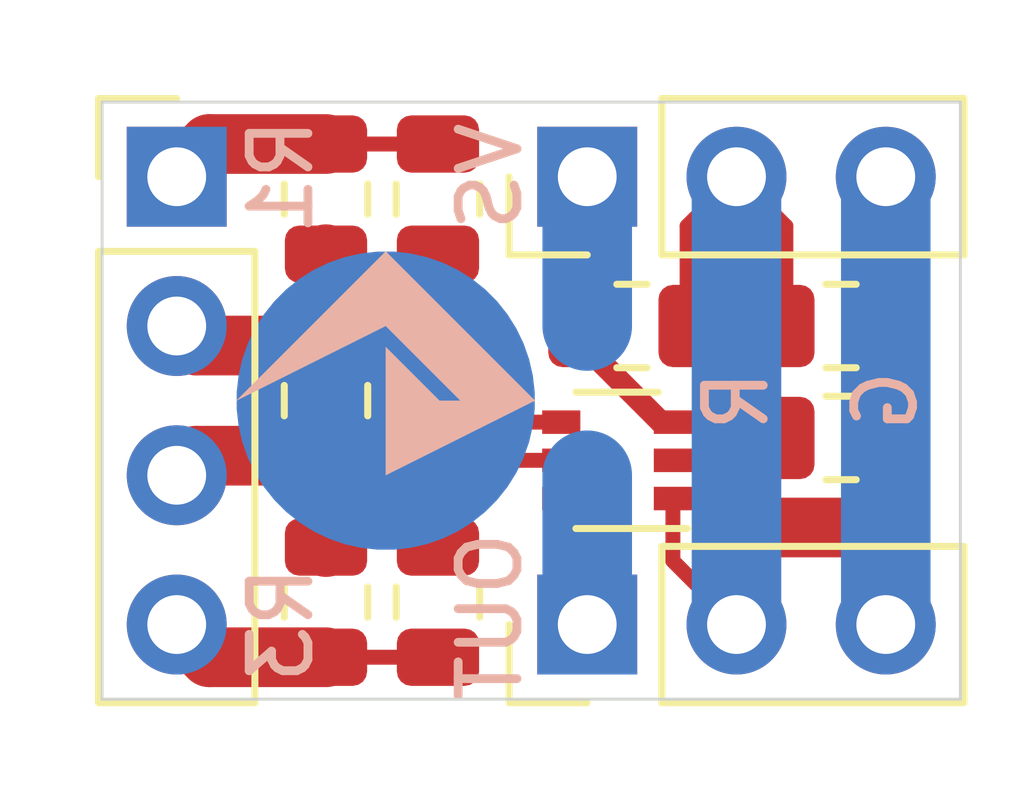
<source format=kicad_pcb>
(kicad_pcb (version 20171130) (host pcbnew 5.1.6-c6e7f7d~87~ubuntu16.04.1)

  (general
    (thickness 1.6)
    (drawings 20)
    (tracks 51)
    (zones 0)
    (modules 14)
    (nets 12)
  )

  (page A4)
  (layers
    (0 F.Cu signal)
    (31 B.Cu signal)
    (32 B.Adhes user)
    (33 F.Adhes user)
    (34 B.Paste user)
    (35 F.Paste user)
    (36 B.SilkS user)
    (37 F.SilkS user)
    (38 B.Mask user)
    (39 F.Mask user)
    (40 Dwgs.User user)
    (41 Cmts.User user)
    (42 Eco1.User user)
    (43 Eco2.User user)
    (44 Edge.Cuts user)
    (45 Margin user)
    (46 B.CrtYd user)
    (47 F.CrtYd user)
    (48 B.Fab user)
    (49 F.Fab user)
  )

  (setup
    (last_trace_width 0.25)
    (user_trace_width 0.254)
    (user_trace_width 0.381)
    (user_trace_width 0.508)
    (user_trace_width 1.016)
    (trace_clearance 0.2)
    (zone_clearance 0.508)
    (zone_45_only no)
    (trace_min 0.2)
    (via_size 0.8)
    (via_drill 0.4)
    (via_min_size 0.4)
    (via_min_drill 0.3)
    (uvia_size 0.3)
    (uvia_drill 0.1)
    (uvias_allowed no)
    (uvia_min_size 0.2)
    (uvia_min_drill 0.1)
    (edge_width 0.05)
    (segment_width 0.2)
    (pcb_text_width 0.3)
    (pcb_text_size 1.5 1.5)
    (mod_edge_width 0.12)
    (mod_text_size 1 1)
    (mod_text_width 0.15)
    (pad_size 1.524 1.524)
    (pad_drill 0.762)
    (pad_to_mask_clearance 0.05)
    (aux_axis_origin 0 0)
    (visible_elements FFFFFF7F)
    (pcbplotparams
      (layerselection 0x010fc_ffffffff)
      (usegerberextensions false)
      (usegerberattributes true)
      (usegerberadvancedattributes true)
      (creategerberjobfile true)
      (excludeedgelayer true)
      (linewidth 0.100000)
      (plotframeref false)
      (viasonmask false)
      (mode 1)
      (useauxorigin false)
      (hpglpennumber 1)
      (hpglpenspeed 20)
      (hpglpendiameter 15.000000)
      (psnegative false)
      (psa4output false)
      (plotreference true)
      (plotvalue true)
      (plotinvisibletext false)
      (padsonsilk false)
      (subtractmaskfromsilk false)
      (outputformat 1)
      (mirror false)
      (drillshape 1)
      (scaleselection 1)
      (outputdirectory ""))
  )

  (net 0 "")
  (net 1 "Net-(C1-Pad2)")
  (net 2 "Net-(C1-Pad1)")
  (net 3 "Net-(C2-Pad2)")
  (net 4 "Net-(C2-Pad1)")
  (net 5 "Net-(J1-Pad4)")
  (net 6 "Net-(J1-Pad3)")
  (net 7 "Net-(J1-Pad2)")
  (net 8 "Net-(J1-Pad1)")
  (net 9 "Net-(J3-Pad1)")
  (net 10 "Net-(GS1-Pad1)")
  (net 11 "Net-(J2-Pad2)")

  (net_class Default "This is the default net class."
    (clearance 0.2)
    (trace_width 0.25)
    (via_dia 0.8)
    (via_drill 0.4)
    (uvia_dia 0.3)
    (uvia_drill 0.1)
    (add_net "Net-(C1-Pad1)")
    (add_net "Net-(C1-Pad2)")
    (add_net "Net-(C2-Pad1)")
    (add_net "Net-(C2-Pad2)")
    (add_net "Net-(GS1-Pad1)")
    (add_net "Net-(J1-Pad1)")
    (add_net "Net-(J1-Pad2)")
    (add_net "Net-(J1-Pad3)")
    (add_net "Net-(J1-Pad4)")
    (add_net "Net-(J2-Pad2)")
    (add_net "Net-(J3-Pad1)")
  )

  (module Resistor_SMD:R_0805_2012Metric (layer F.Cu) (tedit 5B36C52B) (tstamp 5F75C471)
    (at 138.303 104.14)
    (descr "Resistor SMD 0805 (2012 Metric), square (rectangular) end terminal, IPC_7351 nominal, (Body size source: https://docs.google.com/spreadsheets/d/1BsfQQcO9C6DZCsRaXUlFlo91Tg2WpOkGARC1WS5S8t0/edit?usp=sharing), generated with kicad-footprint-generator")
    (tags resistor)
    (path /5F78C9C0)
    (attr smd)
    (fp_text reference R7 (at 0 -1.65) (layer F.SilkS) hide
      (effects (font (size 1 1) (thickness 0.15)))
    )
    (fp_text value R_US (at 0 1.65) (layer F.Fab)
      (effects (font (size 1 1) (thickness 0.15)))
    )
    (fp_line (start 1.68 0.95) (end -1.68 0.95) (layer F.CrtYd) (width 0.05))
    (fp_line (start 1.68 -0.95) (end 1.68 0.95) (layer F.CrtYd) (width 0.05))
    (fp_line (start -1.68 -0.95) (end 1.68 -0.95) (layer F.CrtYd) (width 0.05))
    (fp_line (start -1.68 0.95) (end -1.68 -0.95) (layer F.CrtYd) (width 0.05))
    (fp_line (start -0.258578 0.71) (end 0.258578 0.71) (layer F.SilkS) (width 0.12))
    (fp_line (start -0.258578 -0.71) (end 0.258578 -0.71) (layer F.SilkS) (width 0.12))
    (fp_line (start 1 0.6) (end -1 0.6) (layer F.Fab) (width 0.1))
    (fp_line (start 1 -0.6) (end 1 0.6) (layer F.Fab) (width 0.1))
    (fp_line (start -1 -0.6) (end 1 -0.6) (layer F.Fab) (width 0.1))
    (fp_line (start -1 0.6) (end -1 -0.6) (layer F.Fab) (width 0.1))
    (fp_text user %R (at 0 0) (layer F.Fab)
      (effects (font (size 0.5 0.5) (thickness 0.08)))
    )
    (pad 2 smd roundrect (at 0.9375 0) (size 0.975 1.4) (layers F.Cu F.Paste F.Mask) (roundrect_rratio 0.25)
      (net 3 "Net-(C2-Pad2)"))
    (pad 1 smd roundrect (at -0.9375 0) (size 0.975 1.4) (layers F.Cu F.Paste F.Mask) (roundrect_rratio 0.25)
      (net 11 "Net-(J2-Pad2)"))
    (model ${KISYS3DMOD}/Resistor_SMD.3dshapes/R_0805_2012Metric.wrl
      (at (xyz 0 0 0))
      (scale (xyz 1 1 1))
      (rotate (xyz 0 0 0))
    )
  )

  (module Resistor_SMD:R_0805_2012Metric (layer F.Cu) (tedit 5B36C52B) (tstamp 5F75C460)
    (at 134.747 104.14)
    (descr "Resistor SMD 0805 (2012 Metric), square (rectangular) end terminal, IPC_7351 nominal, (Body size source: https://docs.google.com/spreadsheets/d/1BsfQQcO9C6DZCsRaXUlFlo91Tg2WpOkGARC1WS5S8t0/edit?usp=sharing), generated with kicad-footprint-generator")
    (tags resistor)
    (path /5F784D29)
    (attr smd)
    (fp_text reference R6 (at 0 -1.65) (layer F.SilkS) hide
      (effects (font (size 1 1) (thickness 0.15)))
    )
    (fp_text value R_US (at 0 1.65) (layer F.Fab)
      (effects (font (size 1 1) (thickness 0.15)))
    )
    (fp_line (start 1.68 0.95) (end -1.68 0.95) (layer F.CrtYd) (width 0.05))
    (fp_line (start 1.68 -0.95) (end 1.68 0.95) (layer F.CrtYd) (width 0.05))
    (fp_line (start -1.68 -0.95) (end 1.68 -0.95) (layer F.CrtYd) (width 0.05))
    (fp_line (start -1.68 0.95) (end -1.68 -0.95) (layer F.CrtYd) (width 0.05))
    (fp_line (start -0.258578 0.71) (end 0.258578 0.71) (layer F.SilkS) (width 0.12))
    (fp_line (start -0.258578 -0.71) (end 0.258578 -0.71) (layer F.SilkS) (width 0.12))
    (fp_line (start 1 0.6) (end -1 0.6) (layer F.Fab) (width 0.1))
    (fp_line (start 1 -0.6) (end 1 0.6) (layer F.Fab) (width 0.1))
    (fp_line (start -1 -0.6) (end 1 -0.6) (layer F.Fab) (width 0.1))
    (fp_line (start -1 0.6) (end -1 -0.6) (layer F.Fab) (width 0.1))
    (fp_text user %R (at 0 0) (layer F.Fab)
      (effects (font (size 0.5 0.5) (thickness 0.08)))
    )
    (pad 2 smd roundrect (at 0.9375 0) (size 0.975 1.4) (layers F.Cu F.Paste F.Mask) (roundrect_rratio 0.25)
      (net 11 "Net-(J2-Pad2)"))
    (pad 1 smd roundrect (at -0.9375 0) (size 0.975 1.4) (layers F.Cu F.Paste F.Mask) (roundrect_rratio 0.25)
      (net 4 "Net-(C2-Pad1)"))
    (model ${KISYS3DMOD}/Resistor_SMD.3dshapes/R_0805_2012Metric.wrl
      (at (xyz 0 0 0))
      (scale (xyz 1 1 1))
      (rotate (xyz 0 0 0))
    )
  )

  (module Connector_PinHeader_2.54mm:PinHeader_1x03_P2.54mm_Vertical (layer F.Cu) (tedit 59FED5CC) (tstamp 5F75C3AF)
    (at 133.985 109.22 90)
    (descr "Through hole straight pin header, 1x03, 2.54mm pitch, single row")
    (tags "Through hole pin header THT 1x03 2.54mm single row")
    (path /5F7842E7)
    (fp_text reference J3 (at 0 -2.33 90) (layer F.SilkS) hide
      (effects (font (size 1 1) (thickness 0.15)))
    )
    (fp_text value Conn_01x03 (at -2.159 2.286 180) (layer F.Fab)
      (effects (font (size 1 1) (thickness 0.15)))
    )
    (fp_line (start 1.8 -1.8) (end -1.8 -1.8) (layer F.CrtYd) (width 0.05))
    (fp_line (start 1.8 6.85) (end 1.8 -1.8) (layer F.CrtYd) (width 0.05))
    (fp_line (start -1.8 6.85) (end 1.8 6.85) (layer F.CrtYd) (width 0.05))
    (fp_line (start -1.8 -1.8) (end -1.8 6.85) (layer F.CrtYd) (width 0.05))
    (fp_line (start -1.33 -1.33) (end 0 -1.33) (layer F.SilkS) (width 0.12))
    (fp_line (start -1.33 0) (end -1.33 -1.33) (layer F.SilkS) (width 0.12))
    (fp_line (start -1.33 1.27) (end 1.33 1.27) (layer F.SilkS) (width 0.12))
    (fp_line (start 1.33 1.27) (end 1.33 6.41) (layer F.SilkS) (width 0.12))
    (fp_line (start -1.33 1.27) (end -1.33 6.41) (layer F.SilkS) (width 0.12))
    (fp_line (start -1.33 6.41) (end 1.33 6.41) (layer F.SilkS) (width 0.12))
    (fp_line (start -1.27 -0.635) (end -0.635 -1.27) (layer F.Fab) (width 0.1))
    (fp_line (start -1.27 6.35) (end -1.27 -0.635) (layer F.Fab) (width 0.1))
    (fp_line (start 1.27 6.35) (end -1.27 6.35) (layer F.Fab) (width 0.1))
    (fp_line (start 1.27 -1.27) (end 1.27 6.35) (layer F.Fab) (width 0.1))
    (fp_line (start -0.635 -1.27) (end 1.27 -1.27) (layer F.Fab) (width 0.1))
    (fp_text user %R (at 0 2.54) (layer F.Fab)
      (effects (font (size 1 1) (thickness 0.15)))
    )
    (pad 3 thru_hole oval (at 0 5.08 90) (size 1.7 1.7) (drill 1) (layers *.Cu *.Mask)
      (net 3 "Net-(C2-Pad2)"))
    (pad 2 thru_hole oval (at 0 2.54 90) (size 1.7 1.7) (drill 1) (layers *.Cu *.Mask)
      (net 11 "Net-(J2-Pad2)"))
    (pad 1 thru_hole rect (at 0 0 90) (size 1.7 1.7) (drill 1) (layers *.Cu *.Mask)
      (net 9 "Net-(J3-Pad1)"))
    (model ${KISYS3DMOD}/Connector_PinHeader_2.54mm.3dshapes/PinHeader_1x03_P2.54mm_Vertical.wrl
      (at (xyz 0 0 0))
      (scale (xyz 1 1 1))
      (rotate (xyz 0 0 0))
    )
  )

  (module Connector_PinHeader_2.54mm:PinHeader_1x03_P2.54mm_Vertical (layer F.Cu) (tedit 59FED5CC) (tstamp 5F75C398)
    (at 133.985 101.6 90)
    (descr "Through hole straight pin header, 1x03, 2.54mm pitch, single row")
    (tags "Through hole pin header THT 1x03 2.54mm single row")
    (path /5F783302)
    (fp_text reference J2 (at 0 -2.33 90) (layer F.SilkS) hide
      (effects (font (size 1 1) (thickness 0.15)))
    )
    (fp_text value Conn_01x03 (at 2.159 2.286 180) (layer F.Fab)
      (effects (font (size 1 1) (thickness 0.15)))
    )
    (fp_line (start 1.8 -1.8) (end -1.8 -1.8) (layer F.CrtYd) (width 0.05))
    (fp_line (start 1.8 6.85) (end 1.8 -1.8) (layer F.CrtYd) (width 0.05))
    (fp_line (start -1.8 6.85) (end 1.8 6.85) (layer F.CrtYd) (width 0.05))
    (fp_line (start -1.8 -1.8) (end -1.8 6.85) (layer F.CrtYd) (width 0.05))
    (fp_line (start -1.33 -1.33) (end 0 -1.33) (layer F.SilkS) (width 0.12))
    (fp_line (start -1.33 0) (end -1.33 -1.33) (layer F.SilkS) (width 0.12))
    (fp_line (start -1.33 1.27) (end 1.33 1.27) (layer F.SilkS) (width 0.12))
    (fp_line (start 1.33 1.27) (end 1.33 6.41) (layer F.SilkS) (width 0.12))
    (fp_line (start -1.33 1.27) (end -1.33 6.41) (layer F.SilkS) (width 0.12))
    (fp_line (start -1.33 6.41) (end 1.33 6.41) (layer F.SilkS) (width 0.12))
    (fp_line (start -1.27 -0.635) (end -0.635 -1.27) (layer F.Fab) (width 0.1))
    (fp_line (start -1.27 6.35) (end -1.27 -0.635) (layer F.Fab) (width 0.1))
    (fp_line (start 1.27 6.35) (end -1.27 6.35) (layer F.Fab) (width 0.1))
    (fp_line (start 1.27 -1.27) (end 1.27 6.35) (layer F.Fab) (width 0.1))
    (fp_line (start -0.635 -1.27) (end 1.27 -1.27) (layer F.Fab) (width 0.1))
    (fp_text user %R (at 0 2.54) (layer F.Fab)
      (effects (font (size 1 1) (thickness 0.15)))
    )
    (pad 3 thru_hole oval (at 0 5.08 90) (size 1.7 1.7) (drill 1) (layers *.Cu *.Mask)
      (net 3 "Net-(C2-Pad2)"))
    (pad 2 thru_hole oval (at 0 2.54 90) (size 1.7 1.7) (drill 1) (layers *.Cu *.Mask)
      (net 11 "Net-(J2-Pad2)"))
    (pad 1 thru_hole rect (at 0 0 90) (size 1.7 1.7) (drill 1) (layers *.Cu *.Mask)
      (net 4 "Net-(C2-Pad1)"))
    (model ${KISYS3DMOD}/Connector_PinHeader_2.54mm.3dshapes/PinHeader_1x03_P2.54mm_Vertical.wrl
      (at (xyz 0 0 0))
      (scale (xyz 1 1 1))
      (rotate (xyz 0 0 0))
    )
  )

  (module footprint:gs_logo_200mil (layer B.Cu) (tedit 5EA488D8) (tstamp 5F75B766)
    (at 130.556 105.41 270)
    (path /5F77B44A)
    (fp_text reference GS1 (at 0 3.175 90) (layer B.SilkS) hide
      (effects (font (size 1 1) (thickness 0.15)) (justify mirror))
    )
    (fp_text value GS_logo (at 0 0.5 90) (layer B.Fab)
      (effects (font (size 1 1) (thickness 0.15)) (justify mirror))
    )
    (fp_poly (pts (xy 0 2.54) (xy 0.221 2.53) (xy 0.441 2.5) (xy 0.657 2.45)
      (xy 0.869 2.39) (xy 1.07 2.3) (xy 1.27 2.2) (xy 1.46 2.08)
      (xy 1.63 1.95) (xy 1.8 1.8) (xy 1.95 1.63) (xy 2.08 1.46)
      (xy 2.2 1.27) (xy 2.3 1.07) (xy 2.39 0.869) (xy 2.45 0.657)
      (xy 2.5 0.441) (xy 2.53 0.221) (xy 2.54 0)) (layer B.Mask) (width 0.0254))
    (fp_poly (pts (xy 2.54 0) (xy 2.53 -0.221) (xy 2.5 -0.441) (xy 2.45 -0.657)
      (xy 2.39 -0.869) (xy 2.3 -1.07) (xy 2.2 -1.27) (xy 2.08 -1.46)
      (xy 1.95 -1.63) (xy 1.8 -1.8) (xy 1.63 -1.95) (xy 1.46 -2.08)
      (xy 1.27 -2.2) (xy 1.07 -2.3) (xy 0.869 -2.39) (xy 0.657 -2.45)
      (xy 0.441 -2.5) (xy 0.221 -2.53) (xy 0 -2.54)) (layer B.Mask) (width 0.0254))
    (fp_poly (pts (xy 0 -2.54) (xy -0.221 -2.53) (xy -0.441 -2.5) (xy -0.657 -2.45)
      (xy -0.869 -2.39) (xy -1.07 -2.3) (xy -1.27 -2.2) (xy -1.46 -2.08)
      (xy -1.63 -1.95) (xy -1.8 -1.8) (xy -1.95 -1.63) (xy -2.08 -1.46)
      (xy -2.2 -1.27) (xy -2.3 -1.07) (xy -2.39 -0.869) (xy -2.45 -0.657)
      (xy -2.5 -0.441) (xy -2.53 -0.221) (xy -2.54 0)) (layer B.Mask) (width 0.0254))
    (fp_poly (pts (xy -1.27 0) (xy 0 -1.27) (xy 0 -0.9144) (xy -0.9144 0)
      (xy 1.27 0) (xy 0 -2.54) (xy -2.54 0) (xy 0 2.54)) (layer B.SilkS) (width 0.00254))
    (fp_poly (pts (xy 1.651 0.889) (xy 0 0.889) (xy 0 1.143) (xy 1.397 1.143)) (layer B.Mask) (width 0.0254))
    (fp_poly (pts (xy 0 -0.9144) (xy 0 -1.27) (xy -1.27 0) (xy -0.9144 0)) (layer B.Mask) (width 0.0254))
    (fp_poly (pts (xy -2.54 0) (xy -2.53 0.221) (xy -2.5 0.441) (xy -2.45 0.657)
      (xy -2.39 0.869) (xy -2.3 1.07) (xy -2.2 1.27) (xy -2.08 1.46)
      (xy -1.95 1.63) (xy -1.8 1.8) (xy -1.63 1.95) (xy -1.46 2.08)
      (xy -1.27 2.2) (xy -1.07 2.3) (xy -0.869 2.39) (xy -0.657 2.45)
      (xy -0.441 2.5) (xy -0.221 2.53) (xy 0 2.54)) (layer B.Mask) (width 0.0254))
    (pad 1 smd custom (at 0 0 270) (size 5.08 5.08) (layers B.Cu)
      (net 10 "Net-(GS1-Pad1)") (zone_connect 0)
      (options (clearance outline) (anchor circle))
      (primitives
      ))
  )

  (module Package_TO_SOT_SMD:SOT-363_SC-70-6 (layer F.Cu) (tedit 5A02FF57) (tstamp 5F75A59C)
    (at 134.493 106.426 180)
    (descr "SOT-363, SC-70-6")
    (tags "SOT-363 SC-70-6")
    (path /5F7636D0)
    (attr smd)
    (fp_text reference U1 (at 0 -2) (layer F.SilkS) hide
      (effects (font (size 1 1) (thickness 0.15)))
    )
    (fp_text value INA190 (at 0 2 180) (layer F.Fab)
      (effects (font (size 1 1) (thickness 0.15)))
    )
    (fp_line (start -0.175 -1.1) (end -0.675 -0.6) (layer F.Fab) (width 0.1))
    (fp_line (start 0.675 1.1) (end -0.675 1.1) (layer F.Fab) (width 0.1))
    (fp_line (start 0.675 -1.1) (end 0.675 1.1) (layer F.Fab) (width 0.1))
    (fp_line (start -1.6 1.4) (end 1.6 1.4) (layer F.CrtYd) (width 0.05))
    (fp_line (start -0.675 -0.6) (end -0.675 1.1) (layer F.Fab) (width 0.1))
    (fp_line (start 0.675 -1.1) (end -0.175 -1.1) (layer F.Fab) (width 0.1))
    (fp_line (start -1.6 -1.4) (end 1.6 -1.4) (layer F.CrtYd) (width 0.05))
    (fp_line (start -1.6 -1.4) (end -1.6 1.4) (layer F.CrtYd) (width 0.05))
    (fp_line (start 1.6 1.4) (end 1.6 -1.4) (layer F.CrtYd) (width 0.05))
    (fp_line (start -0.7 1.16) (end 0.7 1.16) (layer F.SilkS) (width 0.12))
    (fp_line (start 0.7 -1.16) (end -1.2 -1.16) (layer F.SilkS) (width 0.12))
    (fp_text user %R (at 0 0 90) (layer F.Fab)
      (effects (font (size 0.5 0.5) (thickness 0.075)))
    )
    (pad 6 smd rect (at 0.95 -0.65 180) (size 0.65 0.4) (layers F.Cu F.Paste F.Mask)
      (net 9 "Net-(J3-Pad1)"))
    (pad 4 smd rect (at 0.95 0.65 180) (size 0.65 0.4) (layers F.Cu F.Paste F.Mask)
      (net 2 "Net-(C1-Pad1)"))
    (pad 2 smd rect (at -0.95 0 180) (size 0.65 0.4) (layers F.Cu F.Paste F.Mask)
      (net 3 "Net-(C2-Pad2)"))
    (pad 5 smd rect (at 0.95 0 180) (size 0.65 0.4) (layers F.Cu F.Paste F.Mask)
      (net 1 "Net-(C1-Pad2)"))
    (pad 3 smd rect (at -0.95 0.65 180) (size 0.65 0.4) (layers F.Cu F.Paste F.Mask)
      (net 4 "Net-(C2-Pad1)"))
    (pad 1 smd rect (at -0.95 -0.65 180) (size 0.65 0.4) (layers F.Cu F.Paste F.Mask)
      (net 11 "Net-(J2-Pad2)"))
    (model ${KISYS3DMOD}/Package_TO_SOT_SMD.3dshapes/SOT-363_SC-70-6.wrl
      (at (xyz 0 0 0))
      (scale (xyz 1 1 1))
      (rotate (xyz 0 0 0))
    )
  )

  (module Resistor_SMD:R_0805_2012Metric (layer F.Cu) (tedit 5B36C52B) (tstamp 5F75A586)
    (at 131.445 108.839 270)
    (descr "Resistor SMD 0805 (2012 Metric), square (rectangular) end terminal, IPC_7351 nominal, (Body size source: https://docs.google.com/spreadsheets/d/1BsfQQcO9C6DZCsRaXUlFlo91Tg2WpOkGARC1WS5S8t0/edit?usp=sharing), generated with kicad-footprint-generator")
    (tags resistor)
    (path /5F75BC21)
    (attr smd)
    (fp_text reference R5 (at 0 -1.65 90) (layer F.SilkS) hide
      (effects (font (size 1 1) (thickness 0.15)))
    )
    (fp_text value R_US (at 0 1.65 90) (layer F.Fab)
      (effects (font (size 1 1) (thickness 0.15)))
    )
    (fp_line (start 1.68 0.95) (end -1.68 0.95) (layer F.CrtYd) (width 0.05))
    (fp_line (start 1.68 -0.95) (end 1.68 0.95) (layer F.CrtYd) (width 0.05))
    (fp_line (start -1.68 -0.95) (end 1.68 -0.95) (layer F.CrtYd) (width 0.05))
    (fp_line (start -1.68 0.95) (end -1.68 -0.95) (layer F.CrtYd) (width 0.05))
    (fp_line (start -0.258578 0.71) (end 0.258578 0.71) (layer F.SilkS) (width 0.12))
    (fp_line (start -0.258578 -0.71) (end 0.258578 -0.71) (layer F.SilkS) (width 0.12))
    (fp_line (start 1 0.6) (end -1 0.6) (layer F.Fab) (width 0.1))
    (fp_line (start 1 -0.6) (end 1 0.6) (layer F.Fab) (width 0.1))
    (fp_line (start -1 -0.6) (end 1 -0.6) (layer F.Fab) (width 0.1))
    (fp_line (start -1 0.6) (end -1 -0.6) (layer F.Fab) (width 0.1))
    (fp_text user %R (at 0 0 90) (layer F.Fab)
      (effects (font (size 0.5 0.5) (thickness 0.08)))
    )
    (pad 2 smd roundrect (at 0.9375 0 270) (size 0.975 1.4) (layers F.Cu F.Paste F.Mask) (roundrect_rratio 0.25)
      (net 5 "Net-(J1-Pad4)"))
    (pad 1 smd roundrect (at -0.9375 0 270) (size 0.975 1.4) (layers F.Cu F.Paste F.Mask) (roundrect_rratio 0.25)
      (net 1 "Net-(C1-Pad2)"))
    (model ${KISYS3DMOD}/Resistor_SMD.3dshapes/R_0805_2012Metric.wrl
      (at (xyz 0 0 0))
      (scale (xyz 1 1 1))
      (rotate (xyz 0 0 0))
    )
  )

  (module Resistor_SMD:R_0805_2012Metric (layer F.Cu) (tedit 5B36C52B) (tstamp 5F75A575)
    (at 131.445 101.981 270)
    (descr "Resistor SMD 0805 (2012 Metric), square (rectangular) end terminal, IPC_7351 nominal, (Body size source: https://docs.google.com/spreadsheets/d/1BsfQQcO9C6DZCsRaXUlFlo91Tg2WpOkGARC1WS5S8t0/edit?usp=sharing), generated with kicad-footprint-generator")
    (tags resistor)
    (path /5F75A979)
    (attr smd)
    (fp_text reference R4 (at 0 -1.65 90) (layer F.SilkS) hide
      (effects (font (size 1 1) (thickness 0.15)))
    )
    (fp_text value R_US (at 0 1.65 90) (layer F.Fab)
      (effects (font (size 1 1) (thickness 0.15)))
    )
    (fp_line (start 1.68 0.95) (end -1.68 0.95) (layer F.CrtYd) (width 0.05))
    (fp_line (start 1.68 -0.95) (end 1.68 0.95) (layer F.CrtYd) (width 0.05))
    (fp_line (start -1.68 -0.95) (end 1.68 -0.95) (layer F.CrtYd) (width 0.05))
    (fp_line (start -1.68 0.95) (end -1.68 -0.95) (layer F.CrtYd) (width 0.05))
    (fp_line (start -0.258578 0.71) (end 0.258578 0.71) (layer F.SilkS) (width 0.12))
    (fp_line (start -0.258578 -0.71) (end 0.258578 -0.71) (layer F.SilkS) (width 0.12))
    (fp_line (start 1 0.6) (end -1 0.6) (layer F.Fab) (width 0.1))
    (fp_line (start 1 -0.6) (end 1 0.6) (layer F.Fab) (width 0.1))
    (fp_line (start -1 -0.6) (end 1 -0.6) (layer F.Fab) (width 0.1))
    (fp_line (start -1 0.6) (end -1 -0.6) (layer F.Fab) (width 0.1))
    (fp_text user %R (at 0 0 90) (layer F.Fab)
      (effects (font (size 0.5 0.5) (thickness 0.08)))
    )
    (pad 2 smd roundrect (at 0.9375 0 270) (size 0.975 1.4) (layers F.Cu F.Paste F.Mask) (roundrect_rratio 0.25)
      (net 2 "Net-(C1-Pad1)"))
    (pad 1 smd roundrect (at -0.9375 0 270) (size 0.975 1.4) (layers F.Cu F.Paste F.Mask) (roundrect_rratio 0.25)
      (net 8 "Net-(J1-Pad1)"))
    (model ${KISYS3DMOD}/Resistor_SMD.3dshapes/R_0805_2012Metric.wrl
      (at (xyz 0 0 0))
      (scale (xyz 1 1 1))
      (rotate (xyz 0 0 0))
    )
  )

  (module Resistor_SMD:R_0805_2012Metric (layer F.Cu) (tedit 5B36C52B) (tstamp 5F75A564)
    (at 129.54 108.839 270)
    (descr "Resistor SMD 0805 (2012 Metric), square (rectangular) end terminal, IPC_7351 nominal, (Body size source: https://docs.google.com/spreadsheets/d/1BsfQQcO9C6DZCsRaXUlFlo91Tg2WpOkGARC1WS5S8t0/edit?usp=sharing), generated with kicad-footprint-generator")
    (tags resistor)
    (path /5F75A0F2)
    (attr smd)
    (fp_text reference R3 (at 0 -1.65 90) (layer F.SilkS) hide
      (effects (font (size 1 1) (thickness 0.15)))
    )
    (fp_text value R_US (at 0 1.65 90) (layer F.Fab)
      (effects (font (size 1 1) (thickness 0.15)))
    )
    (fp_line (start 1.68 0.95) (end -1.68 0.95) (layer F.CrtYd) (width 0.05))
    (fp_line (start 1.68 -0.95) (end 1.68 0.95) (layer F.CrtYd) (width 0.05))
    (fp_line (start -1.68 -0.95) (end 1.68 -0.95) (layer F.CrtYd) (width 0.05))
    (fp_line (start -1.68 0.95) (end -1.68 -0.95) (layer F.CrtYd) (width 0.05))
    (fp_line (start -0.258578 0.71) (end 0.258578 0.71) (layer F.SilkS) (width 0.12))
    (fp_line (start -0.258578 -0.71) (end 0.258578 -0.71) (layer F.SilkS) (width 0.12))
    (fp_line (start 1 0.6) (end -1 0.6) (layer F.Fab) (width 0.1))
    (fp_line (start 1 -0.6) (end 1 0.6) (layer F.Fab) (width 0.1))
    (fp_line (start -1 -0.6) (end 1 -0.6) (layer F.Fab) (width 0.1))
    (fp_line (start -1 0.6) (end -1 -0.6) (layer F.Fab) (width 0.1))
    (fp_text user %R (at 0 0 90) (layer F.Fab)
      (effects (font (size 0.5 0.5) (thickness 0.08)))
    )
    (pad 2 smd roundrect (at 0.9375 0 270) (size 0.975 1.4) (layers F.Cu F.Paste F.Mask) (roundrect_rratio 0.25)
      (net 5 "Net-(J1-Pad4)"))
    (pad 1 smd roundrect (at -0.9375 0 270) (size 0.975 1.4) (layers F.Cu F.Paste F.Mask) (roundrect_rratio 0.25)
      (net 6 "Net-(J1-Pad3)"))
    (model ${KISYS3DMOD}/Resistor_SMD.3dshapes/R_0805_2012Metric.wrl
      (at (xyz 0 0 0))
      (scale (xyz 1 1 1))
      (rotate (xyz 0 0 0))
    )
  )

  (module Resistor_SMD:R_0805_2012Metric (layer F.Cu) (tedit 5B36C52B) (tstamp 5F75A553)
    (at 129.54 105.41 270)
    (descr "Resistor SMD 0805 (2012 Metric), square (rectangular) end terminal, IPC_7351 nominal, (Body size source: https://docs.google.com/spreadsheets/d/1BsfQQcO9C6DZCsRaXUlFlo91Tg2WpOkGARC1WS5S8t0/edit?usp=sharing), generated with kicad-footprint-generator")
    (tags resistor)
    (path /5F7593CF)
    (attr smd)
    (fp_text reference R2 (at 0 -1.65 90) (layer F.SilkS) hide
      (effects (font (size 1 1) (thickness 0.15)))
    )
    (fp_text value R_US (at 0 1.65 90) (layer F.Fab)
      (effects (font (size 1 1) (thickness 0.15)))
    )
    (fp_line (start 1.68 0.95) (end -1.68 0.95) (layer F.CrtYd) (width 0.05))
    (fp_line (start 1.68 -0.95) (end 1.68 0.95) (layer F.CrtYd) (width 0.05))
    (fp_line (start -1.68 -0.95) (end 1.68 -0.95) (layer F.CrtYd) (width 0.05))
    (fp_line (start -1.68 0.95) (end -1.68 -0.95) (layer F.CrtYd) (width 0.05))
    (fp_line (start -0.258578 0.71) (end 0.258578 0.71) (layer F.SilkS) (width 0.12))
    (fp_line (start -0.258578 -0.71) (end 0.258578 -0.71) (layer F.SilkS) (width 0.12))
    (fp_line (start 1 0.6) (end -1 0.6) (layer F.Fab) (width 0.1))
    (fp_line (start 1 -0.6) (end 1 0.6) (layer F.Fab) (width 0.1))
    (fp_line (start -1 -0.6) (end 1 -0.6) (layer F.Fab) (width 0.1))
    (fp_line (start -1 0.6) (end -1 -0.6) (layer F.Fab) (width 0.1))
    (fp_text user %R (at 0 0 90) (layer F.Fab)
      (effects (font (size 0.5 0.5) (thickness 0.08)))
    )
    (pad 2 smd roundrect (at 0.9375 0 270) (size 0.975 1.4) (layers F.Cu F.Paste F.Mask) (roundrect_rratio 0.25)
      (net 6 "Net-(J1-Pad3)"))
    (pad 1 smd roundrect (at -0.9375 0 270) (size 0.975 1.4) (layers F.Cu F.Paste F.Mask) (roundrect_rratio 0.25)
      (net 7 "Net-(J1-Pad2)"))
    (model ${KISYS3DMOD}/Resistor_SMD.3dshapes/R_0805_2012Metric.wrl
      (at (xyz 0 0 0))
      (scale (xyz 1 1 1))
      (rotate (xyz 0 0 0))
    )
  )

  (module Resistor_SMD:R_0805_2012Metric (layer F.Cu) (tedit 5B36C52B) (tstamp 5F75A542)
    (at 129.54 101.981 270)
    (descr "Resistor SMD 0805 (2012 Metric), square (rectangular) end terminal, IPC_7351 nominal, (Body size source: https://docs.google.com/spreadsheets/d/1BsfQQcO9C6DZCsRaXUlFlo91Tg2WpOkGARC1WS5S8t0/edit?usp=sharing), generated with kicad-footprint-generator")
    (tags resistor)
    (path /5F756F21)
    (attr smd)
    (fp_text reference R1 (at 0 -1.65 90) (layer F.SilkS) hide
      (effects (font (size 1 1) (thickness 0.15)))
    )
    (fp_text value R_US (at 0 1.65 90) (layer F.Fab)
      (effects (font (size 1 1) (thickness 0.15)))
    )
    (fp_line (start 1.68 0.95) (end -1.68 0.95) (layer F.CrtYd) (width 0.05))
    (fp_line (start 1.68 -0.95) (end 1.68 0.95) (layer F.CrtYd) (width 0.05))
    (fp_line (start -1.68 -0.95) (end 1.68 -0.95) (layer F.CrtYd) (width 0.05))
    (fp_line (start -1.68 0.95) (end -1.68 -0.95) (layer F.CrtYd) (width 0.05))
    (fp_line (start -0.258578 0.71) (end 0.258578 0.71) (layer F.SilkS) (width 0.12))
    (fp_line (start -0.258578 -0.71) (end 0.258578 -0.71) (layer F.SilkS) (width 0.12))
    (fp_line (start 1 0.6) (end -1 0.6) (layer F.Fab) (width 0.1))
    (fp_line (start 1 -0.6) (end 1 0.6) (layer F.Fab) (width 0.1))
    (fp_line (start -1 -0.6) (end 1 -0.6) (layer F.Fab) (width 0.1))
    (fp_line (start -1 0.6) (end -1 -0.6) (layer F.Fab) (width 0.1))
    (fp_text user %R (at 0 0 90) (layer F.Fab)
      (effects (font (size 0.5 0.5) (thickness 0.08)))
    )
    (pad 2 smd roundrect (at 0.9375 0 270) (size 0.975 1.4) (layers F.Cu F.Paste F.Mask) (roundrect_rratio 0.25)
      (net 7 "Net-(J1-Pad2)"))
    (pad 1 smd roundrect (at -0.9375 0 270) (size 0.975 1.4) (layers F.Cu F.Paste F.Mask) (roundrect_rratio 0.25)
      (net 8 "Net-(J1-Pad1)"))
    (model ${KISYS3DMOD}/Resistor_SMD.3dshapes/R_0805_2012Metric.wrl
      (at (xyz 0 0 0))
      (scale (xyz 1 1 1))
      (rotate (xyz 0 0 0))
    )
  )

  (module Connector_PinHeader_2.54mm:PinHeader_1x04_P2.54mm_Vertical (layer F.Cu) (tedit 59FED5CC) (tstamp 5F75A503)
    (at 127 101.6)
    (descr "Through hole straight pin header, 1x04, 2.54mm pitch, single row")
    (tags "Through hole pin header THT 1x04 2.54mm single row")
    (path /5F75E1D0)
    (fp_text reference J1 (at 0 -2.33) (layer F.SilkS) hide
      (effects (font (size 1 1) (thickness 0.15)))
    )
    (fp_text value Conn_01x04 (at -2.159 3.81 90) (layer F.Fab)
      (effects (font (size 1 1) (thickness 0.15)))
    )
    (fp_line (start 1.8 -1.8) (end -1.8 -1.8) (layer F.CrtYd) (width 0.05))
    (fp_line (start 1.8 9.4) (end 1.8 -1.8) (layer F.CrtYd) (width 0.05))
    (fp_line (start -1.8 9.4) (end 1.8 9.4) (layer F.CrtYd) (width 0.05))
    (fp_line (start -1.8 -1.8) (end -1.8 9.4) (layer F.CrtYd) (width 0.05))
    (fp_line (start -1.33 -1.33) (end 0 -1.33) (layer F.SilkS) (width 0.12))
    (fp_line (start -1.33 0) (end -1.33 -1.33) (layer F.SilkS) (width 0.12))
    (fp_line (start -1.33 1.27) (end 1.33 1.27) (layer F.SilkS) (width 0.12))
    (fp_line (start 1.33 1.27) (end 1.33 8.95) (layer F.SilkS) (width 0.12))
    (fp_line (start -1.33 1.27) (end -1.33 8.95) (layer F.SilkS) (width 0.12))
    (fp_line (start -1.33 8.95) (end 1.33 8.95) (layer F.SilkS) (width 0.12))
    (fp_line (start -1.27 -0.635) (end -0.635 -1.27) (layer F.Fab) (width 0.1))
    (fp_line (start -1.27 8.89) (end -1.27 -0.635) (layer F.Fab) (width 0.1))
    (fp_line (start 1.27 8.89) (end -1.27 8.89) (layer F.Fab) (width 0.1))
    (fp_line (start 1.27 -1.27) (end 1.27 8.89) (layer F.Fab) (width 0.1))
    (fp_line (start -0.635 -1.27) (end 1.27 -1.27) (layer F.Fab) (width 0.1))
    (fp_text user %R (at 0 3.81 90) (layer F.Fab)
      (effects (font (size 1 1) (thickness 0.15)))
    )
    (pad 4 thru_hole oval (at 0 7.62) (size 1.7 1.7) (drill 1) (layers *.Cu *.Mask)
      (net 5 "Net-(J1-Pad4)"))
    (pad 3 thru_hole oval (at 0 5.08) (size 1.7 1.7) (drill 1) (layers *.Cu *.Mask)
      (net 6 "Net-(J1-Pad3)"))
    (pad 2 thru_hole oval (at 0 2.54) (size 1.7 1.7) (drill 1) (layers *.Cu *.Mask)
      (net 7 "Net-(J1-Pad2)"))
    (pad 1 thru_hole rect (at 0 0) (size 1.7 1.7) (drill 1) (layers *.Cu *.Mask)
      (net 8 "Net-(J1-Pad1)"))
    (model ${KISYS3DMOD}/Connector_PinHeader_2.54mm.3dshapes/PinHeader_1x04_P2.54mm_Vertical.wrl
      (at (xyz 0 0 0))
      (scale (xyz 1 1 1))
      (rotate (xyz 0 0 0))
    )
  )

  (module Capacitor_SMD:C_0805_2012Metric (layer F.Cu) (tedit 5B36C52B) (tstamp 5F75A4EB)
    (at 138.303 106.045)
    (descr "Capacitor SMD 0805 (2012 Metric), square (rectangular) end terminal, IPC_7351 nominal, (Body size source: https://docs.google.com/spreadsheets/d/1BsfQQcO9C6DZCsRaXUlFlo91Tg2WpOkGARC1WS5S8t0/edit?usp=sharing), generated with kicad-footprint-generator")
    (tags capacitor)
    (path /5F770D64)
    (attr smd)
    (fp_text reference C2 (at 0 -1.65) (layer F.SilkS) hide
      (effects (font (size 1 1) (thickness 0.15)))
    )
    (fp_text value C_Small (at 0 1.65) (layer F.Fab)
      (effects (font (size 1 1) (thickness 0.15)))
    )
    (fp_line (start 1.68 0.95) (end -1.68 0.95) (layer F.CrtYd) (width 0.05))
    (fp_line (start 1.68 -0.95) (end 1.68 0.95) (layer F.CrtYd) (width 0.05))
    (fp_line (start -1.68 -0.95) (end 1.68 -0.95) (layer F.CrtYd) (width 0.05))
    (fp_line (start -1.68 0.95) (end -1.68 -0.95) (layer F.CrtYd) (width 0.05))
    (fp_line (start -0.258578 0.71) (end 0.258578 0.71) (layer F.SilkS) (width 0.12))
    (fp_line (start -0.258578 -0.71) (end 0.258578 -0.71) (layer F.SilkS) (width 0.12))
    (fp_line (start 1 0.6) (end -1 0.6) (layer F.Fab) (width 0.1))
    (fp_line (start 1 -0.6) (end 1 0.6) (layer F.Fab) (width 0.1))
    (fp_line (start -1 -0.6) (end 1 -0.6) (layer F.Fab) (width 0.1))
    (fp_line (start -1 0.6) (end -1 -0.6) (layer F.Fab) (width 0.1))
    (fp_text user %R (at 0 0) (layer F.Fab)
      (effects (font (size 0.5 0.5) (thickness 0.08)))
    )
    (pad 2 smd roundrect (at 0.9375 0) (size 0.975 1.4) (layers F.Cu F.Paste F.Mask) (roundrect_rratio 0.25)
      (net 3 "Net-(C2-Pad2)"))
    (pad 1 smd roundrect (at -0.9375 0) (size 0.975 1.4) (layers F.Cu F.Paste F.Mask) (roundrect_rratio 0.25)
      (net 4 "Net-(C2-Pad1)"))
    (model ${KISYS3DMOD}/Capacitor_SMD.3dshapes/C_0805_2012Metric.wrl
      (at (xyz 0 0 0))
      (scale (xyz 1 1 1))
      (rotate (xyz 0 0 0))
    )
  )

  (module Capacitor_SMD:C_0805_2012Metric (layer F.Cu) (tedit 5B36C52B) (tstamp 5F75A4DA)
    (at 131.445 105.41 270)
    (descr "Capacitor SMD 0805 (2012 Metric), square (rectangular) end terminal, IPC_7351 nominal, (Body size source: https://docs.google.com/spreadsheets/d/1BsfQQcO9C6DZCsRaXUlFlo91Tg2WpOkGARC1WS5S8t0/edit?usp=sharing), generated with kicad-footprint-generator")
    (tags capacitor)
    (path /5F75D300)
    (attr smd)
    (fp_text reference C1 (at 0 -1.65 90) (layer F.SilkS) hide
      (effects (font (size 1 1) (thickness 0.15)))
    )
    (fp_text value C_Small (at 0 1.65 90) (layer F.Fab)
      (effects (font (size 1 1) (thickness 0.15)))
    )
    (fp_line (start 1.68 0.95) (end -1.68 0.95) (layer F.CrtYd) (width 0.05))
    (fp_line (start 1.68 -0.95) (end 1.68 0.95) (layer F.CrtYd) (width 0.05))
    (fp_line (start -1.68 -0.95) (end 1.68 -0.95) (layer F.CrtYd) (width 0.05))
    (fp_line (start -1.68 0.95) (end -1.68 -0.95) (layer F.CrtYd) (width 0.05))
    (fp_line (start -0.258578 0.71) (end 0.258578 0.71) (layer F.SilkS) (width 0.12))
    (fp_line (start -0.258578 -0.71) (end 0.258578 -0.71) (layer F.SilkS) (width 0.12))
    (fp_line (start 1 0.6) (end -1 0.6) (layer F.Fab) (width 0.1))
    (fp_line (start 1 -0.6) (end 1 0.6) (layer F.Fab) (width 0.1))
    (fp_line (start -1 -0.6) (end 1 -0.6) (layer F.Fab) (width 0.1))
    (fp_line (start -1 0.6) (end -1 -0.6) (layer F.Fab) (width 0.1))
    (fp_text user %R (at 0 0 90) (layer F.Fab)
      (effects (font (size 0.5 0.5) (thickness 0.08)))
    )
    (pad 2 smd roundrect (at 0.9375 0 270) (size 0.975 1.4) (layers F.Cu F.Paste F.Mask) (roundrect_rratio 0.25)
      (net 1 "Net-(C1-Pad2)"))
    (pad 1 smd roundrect (at -0.9375 0 270) (size 0.975 1.4) (layers F.Cu F.Paste F.Mask) (roundrect_rratio 0.25)
      (net 2 "Net-(C1-Pad1)"))
    (model ${KISYS3DMOD}/Capacitor_SMD.3dshapes/C_0805_2012Metric.wrl
      (at (xyz 0 0 0))
      (scale (xyz 1 1 1))
      (rotate (xyz 0 0 0))
    )
  )

  (gr_line (start 133.985 106.68) (end 133.985 109.22) (layer B.Mask) (width 1.524) (tstamp 5F9F70BD))
  (gr_line (start 136.525 106.68) (end 136.525 109.22) (layer B.Mask) (width 1.524) (tstamp 5F9F70BB))
  (gr_line (start 139.065 106.68) (end 139.065 109.22) (layer B.Mask) (width 1.524) (tstamp 5F9F70B5))
  (gr_line (start 139.065 101.6) (end 139.065 104.14) (layer B.Mask) (width 1.524) (tstamp 5F9F70B3))
  (gr_line (start 136.525 101.6) (end 136.525 104.14) (layer B.Mask) (width 1.524) (tstamp 5F9F70B1))
  (gr_line (start 133.985 101.6) (end 133.985 104.14) (layer B.Mask) (width 1.524))
  (gr_line (start 125.73 100.33) (end 125.73 110.49) (layer Edge.Cuts) (width 0.05) (tstamp 5F75D35F))
  (gr_line (start 140.335 100.33) (end 125.73 100.33) (layer Edge.Cuts) (width 0.05))
  (gr_line (start 140.335 110.49) (end 140.335 100.33) (layer Edge.Cuts) (width 0.05))
  (gr_line (start 125.73 110.49) (end 140.335 110.49) (layer Edge.Cuts) (width 0.05))
  (gr_text R3 (at 128.778 109.22 90) (layer B.SilkS) (tstamp 5F75D0A2)
    (effects (font (size 1 1) (thickness 0.15)) (justify mirror))
  )
  (gr_text R1 (at 128.778 101.6 90) (layer B.SilkS) (tstamp 5F75D09C)
    (effects (font (size 1 1) (thickness 0.15)) (justify mirror))
  )
  (gr_text OUT (at 132.334 109.093 90) (layer B.SilkS) (tstamp 5F75D01F)
    (effects (font (size 1 1) (thickness 0.15)) (justify mirror))
  )
  (gr_text G (at 139.065 105.41 90) (layer B.SilkS)
    (effects (font (size 1 1) (thickness 0.15)) (justify mirror))
  )
  (gr_text R (at 136.525 105.41 90) (layer B.SilkS)
    (effects (font (size 1 1) (thickness 0.15)) (justify mirror))
  )
  (gr_text VS (at 132.334 101.6 90) (layer B.SilkS) (tstamp 5F9F70C3)
    (effects (font (size 1 1) (thickness 0.15)) (justify mirror))
  )
  (gr_line (start 140.335 100.33) (end 125.73 100.33) (layer Margin) (width 0.15) (tstamp 5F75CD7A))
  (gr_line (start 140.335 110.49) (end 140.335 100.33) (layer Margin) (width 0.15))
  (gr_line (start 125.73 110.49) (end 140.335 110.49) (layer Margin) (width 0.15))
  (gr_line (start 125.73 100.33) (end 125.73 110.49) (layer Margin) (width 0.15))

  (segment (start 131.5235 106.426) (end 131.445 106.3475) (width 0.254) (layer F.Cu) (net 1))
  (segment (start 133.543 106.426) (end 131.5235 106.426) (width 0.254) (layer F.Cu) (net 1))
  (segment (start 131.445 107.9015) (end 131.445 106.3475) (width 0.254) (layer F.Cu) (net 1))
  (segment (start 131.445 104.4725) (end 131.445 102.9185) (width 0.254) (layer F.Cu) (net 2))
  (segment (start 131.67475 104.4725) (end 131.445 104.4725) (width 0.254) (layer F.Cu) (net 2))
  (segment (start 132.97825 105.776) (end 131.67475 104.4725) (width 0.254) (layer F.Cu) (net 2))
  (segment (start 133.543 105.776) (end 132.97825 105.776) (width 0.254) (layer F.Cu) (net 2))
  (segment (start 139.2405 109.0445) (end 139.065 109.22) (width 1.016) (layer F.Cu) (net 3))
  (segment (start 139.2405 101.7755) (end 139.065 101.6) (width 1.016) (layer F.Cu) (net 3))
  (segment (start 139.2405 106.045) (end 139.2405 101.7755) (width 1.016) (layer F.Cu) (net 3))
  (segment (start 139.033322 109.22) (end 139.065 109.22) (width 0.254) (layer F.Cu) (net 3))
  (segment (start 139.065 107.666) (end 139.065 109.22) (width 1.016) (layer F.Cu) (net 3))
  (segment (start 138.968 107.569) (end 139.065 107.666) (width 1.016) (layer F.Cu) (net 3))
  (segment (start 139.2405 107.2965) (end 138.968 107.569) (width 1.016) (layer F.Cu) (net 3))
  (segment (start 139.2405 106.045) (end 139.2405 107.2965) (width 1.016) (layer F.Cu) (net 3))
  (segment (start 135.443 106.426) (end 136.135202 106.426) (width 0.381) (layer F.Cu) (net 3))
  (segment (start 136.906 107.569) (end 138.968 107.569) (width 1.016) (layer F.Cu) (net 3))
  (segment (start 136.3218 106.9848) (end 136.906 107.569) (width 0.508) (layer F.Cu) (net 3))
  (segment (start 136.3218 106.612598) (end 136.3218 106.9848) (width 0.508) (layer F.Cu) (net 3))
  (segment (start 136.135202 106.426) (end 136.3218 106.612598) (width 0.508) (layer F.Cu) (net 3))
  (segment (start 139.065 101.6) (end 139.065 109.22) (width 1.524) (layer B.Cu) (net 3))
  (segment (start 133.8095 101.7755) (end 133.985 101.6) (width 1.016) (layer F.Cu) (net 4))
  (segment (start 133.8095 104.14) (end 133.8095 101.7755) (width 1.016) (layer F.Cu) (net 4))
  (segment (start 137.0965 105.776) (end 137.3655 106.045) (width 0.381) (layer F.Cu) (net 4))
  (segment (start 135.443 105.776) (end 137.0965 105.776) (width 0.381) (layer F.Cu) (net 4))
  (segment (start 133.8095 104.3455) (end 133.8095 104.14) (width 0.381) (layer F.Cu) (net 4))
  (segment (start 135.24 105.776) (end 133.8095 104.3455) (width 0.381) (layer F.Cu) (net 4))
  (segment (start 135.443 105.776) (end 135.24 105.776) (width 0.381) (layer F.Cu) (net 4))
  (segment (start 133.985 101.6) (end 133.985 104.14) (width 1.524) (layer B.Cu) (net 4))
  (segment (start 133.985 106.68) (end 133.985 109.22) (width 1.524) (layer B.Cu) (net 9) (tstamp 5F9F705E))
  (segment (start 131.445 109.7765) (end 129.54 109.7765) (width 0.254) (layer F.Cu) (net 5))
  (segment (start 127.5565 109.7765) (end 127 109.22) (width 1.016) (layer F.Cu) (net 5))
  (segment (start 129.54 109.7765) (end 127.5565 109.7765) (width 1.016) (layer F.Cu) (net 5))
  (segment (start 127.3325 106.3475) (end 127 106.68) (width 1.016) (layer F.Cu) (net 6))
  (segment (start 129.54 106.3475) (end 127.3325 106.3475) (width 1.016) (layer F.Cu) (net 6))
  (segment (start 129.54 106.3475) (end 129.54 107.9015) (width 1.016) (layer F.Cu) (net 6))
  (segment (start 127.3325 104.4725) (end 127 104.14) (width 1.016) (layer F.Cu) (net 7))
  (segment (start 129.54 104.4725) (end 127.3325 104.4725) (width 1.016) (layer F.Cu) (net 7))
  (segment (start 129.54 102.9185) (end 129.54 104.4725) (width 1.016) (layer F.Cu) (net 7))
  (segment (start 131.445 101.0435) (end 129.54 101.0435) (width 0.254) (layer F.Cu) (net 8))
  (segment (start 127.5565 101.0435) (end 127 101.6) (width 1.016) (layer F.Cu) (net 8))
  (segment (start 129.54 101.0435) (end 127.5565 101.0435) (width 1.016) (layer F.Cu) (net 8))
  (segment (start 133.543 108.778) (end 133.985 109.22) (width 0.254) (layer F.Cu) (net 9))
  (segment (start 133.543 107.076) (end 133.543 108.778) (width 0.254) (layer F.Cu) (net 9))
  (segment (start 135.443 108.138) (end 135.443 107.076) (width 0.254) (layer F.Cu) (net 11))
  (segment (start 136.525 109.22) (end 135.443 108.138) (width 0.254) (layer F.Cu) (net 11))
  (segment (start 135.6845 102.4405) (end 136.525 101.6) (width 0.254) (layer F.Cu) (net 11))
  (segment (start 135.6845 104.14) (end 135.6845 102.4405) (width 0.254) (layer F.Cu) (net 11))
  (segment (start 137.3655 102.4405) (end 136.525 101.6) (width 0.254) (layer F.Cu) (net 11))
  (segment (start 137.3655 104.14) (end 137.3655 102.4405) (width 0.254) (layer F.Cu) (net 11))
  (segment (start 136.525 101.6) (end 136.525 109.22) (width 1.524) (layer B.Cu) (net 11))

)

</source>
